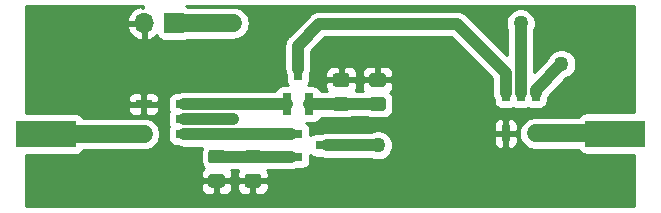
<source format=gbr>
G04 #@! TF.GenerationSoftware,KiCad,Pcbnew,(5.1.5)-3*
G04 #@! TF.CreationDate,2020-02-29T13:01:13-08:00*
G04 #@! TF.ProjectId,PA Rev 3.0,50412052-6576-4203-932e-302e6b696361,rev?*
G04 #@! TF.SameCoordinates,Original*
G04 #@! TF.FileFunction,Copper,L1,Top*
G04 #@! TF.FilePolarity,Positive*
%FSLAX46Y46*%
G04 Gerber Fmt 4.6, Leading zero omitted, Abs format (unit mm)*
G04 Created by KiCad (PCBNEW (5.1.5)-3) date 2020-02-29 13:01:13*
%MOMM*%
%LPD*%
G04 APERTURE LIST*
%ADD10R,5.080000X2.290000*%
%ADD11C,0.100000*%
%ADD12R,1.700000X1.700000*%
%ADD13O,1.700000X1.700000*%
%ADD14R,1.900000X0.800000*%
%ADD15R,0.800000X1.900000*%
%ADD16R,1.400000X0.760000*%
%ADD17R,0.760000X1.400000*%
%ADD18C,1.270000*%
%ADD19C,1.016000*%
%ADD20C,1.000000*%
%ADD21C,1.500000*%
%ADD22C,0.254000*%
G04 APERTURE END LIST*
D10*
X101854000Y-81559400D03*
X53652000Y-81610200D03*
G04 #@! TA.AperFunction,SMDPad,CuDef*
D11*
G36*
X68587145Y-82936324D02*
G01*
X68611413Y-82939924D01*
X68635212Y-82945885D01*
X68658311Y-82954150D01*
X68680490Y-82964640D01*
X68701533Y-82977252D01*
X68721239Y-82991867D01*
X68739417Y-83008343D01*
X68755893Y-83026521D01*
X68770508Y-83046227D01*
X68783120Y-83067270D01*
X68793610Y-83089449D01*
X68801875Y-83112548D01*
X68807836Y-83136347D01*
X68811436Y-83160615D01*
X68812640Y-83185119D01*
X68812640Y-83835121D01*
X68811436Y-83859625D01*
X68807836Y-83883893D01*
X68801875Y-83907692D01*
X68793610Y-83930791D01*
X68783120Y-83952970D01*
X68770508Y-83974013D01*
X68755893Y-83993719D01*
X68739417Y-84011897D01*
X68721239Y-84028373D01*
X68701533Y-84042988D01*
X68680490Y-84055600D01*
X68658311Y-84066090D01*
X68635212Y-84074355D01*
X68611413Y-84080316D01*
X68587145Y-84083916D01*
X68562641Y-84085120D01*
X67662639Y-84085120D01*
X67638135Y-84083916D01*
X67613867Y-84080316D01*
X67590068Y-84074355D01*
X67566969Y-84066090D01*
X67544790Y-84055600D01*
X67523747Y-84042988D01*
X67504041Y-84028373D01*
X67485863Y-84011897D01*
X67469387Y-83993719D01*
X67454772Y-83974013D01*
X67442160Y-83952970D01*
X67431670Y-83930791D01*
X67423405Y-83907692D01*
X67417444Y-83883893D01*
X67413844Y-83859625D01*
X67412640Y-83835121D01*
X67412640Y-83185119D01*
X67413844Y-83160615D01*
X67417444Y-83136347D01*
X67423405Y-83112548D01*
X67431670Y-83089449D01*
X67442160Y-83067270D01*
X67454772Y-83046227D01*
X67469387Y-83026521D01*
X67485863Y-83008343D01*
X67504041Y-82991867D01*
X67523747Y-82977252D01*
X67544790Y-82964640D01*
X67566969Y-82954150D01*
X67590068Y-82945885D01*
X67613867Y-82939924D01*
X67638135Y-82936324D01*
X67662639Y-82935120D01*
X68562641Y-82935120D01*
X68587145Y-82936324D01*
G37*
G04 #@! TD.AperFunction*
G04 #@! TA.AperFunction,SMDPad,CuDef*
G36*
X68587145Y-84986324D02*
G01*
X68611413Y-84989924D01*
X68635212Y-84995885D01*
X68658311Y-85004150D01*
X68680490Y-85014640D01*
X68701533Y-85027252D01*
X68721239Y-85041867D01*
X68739417Y-85058343D01*
X68755893Y-85076521D01*
X68770508Y-85096227D01*
X68783120Y-85117270D01*
X68793610Y-85139449D01*
X68801875Y-85162548D01*
X68807836Y-85186347D01*
X68811436Y-85210615D01*
X68812640Y-85235119D01*
X68812640Y-85885121D01*
X68811436Y-85909625D01*
X68807836Y-85933893D01*
X68801875Y-85957692D01*
X68793610Y-85980791D01*
X68783120Y-86002970D01*
X68770508Y-86024013D01*
X68755893Y-86043719D01*
X68739417Y-86061897D01*
X68721239Y-86078373D01*
X68701533Y-86092988D01*
X68680490Y-86105600D01*
X68658311Y-86116090D01*
X68635212Y-86124355D01*
X68611413Y-86130316D01*
X68587145Y-86133916D01*
X68562641Y-86135120D01*
X67662639Y-86135120D01*
X67638135Y-86133916D01*
X67613867Y-86130316D01*
X67590068Y-86124355D01*
X67566969Y-86116090D01*
X67544790Y-86105600D01*
X67523747Y-86092988D01*
X67504041Y-86078373D01*
X67485863Y-86061897D01*
X67469387Y-86043719D01*
X67454772Y-86024013D01*
X67442160Y-86002970D01*
X67431670Y-85980791D01*
X67423405Y-85957692D01*
X67417444Y-85933893D01*
X67413844Y-85909625D01*
X67412640Y-85885121D01*
X67412640Y-85235119D01*
X67413844Y-85210615D01*
X67417444Y-85186347D01*
X67423405Y-85162548D01*
X67431670Y-85139449D01*
X67442160Y-85117270D01*
X67454772Y-85096227D01*
X67469387Y-85076521D01*
X67485863Y-85058343D01*
X67504041Y-85041867D01*
X67523747Y-85027252D01*
X67544790Y-85014640D01*
X67566969Y-85004150D01*
X67590068Y-84995885D01*
X67613867Y-84989924D01*
X67638135Y-84986324D01*
X67662639Y-84985120D01*
X68562641Y-84985120D01*
X68587145Y-84986324D01*
G37*
G04 #@! TD.AperFunction*
G04 #@! TA.AperFunction,SMDPad,CuDef*
G36*
X82216785Y-78493864D02*
G01*
X82241053Y-78497464D01*
X82264852Y-78503425D01*
X82287951Y-78511690D01*
X82310130Y-78522180D01*
X82331173Y-78534792D01*
X82350879Y-78549407D01*
X82369057Y-78565883D01*
X82385533Y-78584061D01*
X82400148Y-78603767D01*
X82412760Y-78624810D01*
X82423250Y-78646989D01*
X82431515Y-78670088D01*
X82437476Y-78693887D01*
X82441076Y-78718155D01*
X82442280Y-78742659D01*
X82442280Y-79392661D01*
X82441076Y-79417165D01*
X82437476Y-79441433D01*
X82431515Y-79465232D01*
X82423250Y-79488331D01*
X82412760Y-79510510D01*
X82400148Y-79531553D01*
X82385533Y-79551259D01*
X82369057Y-79569437D01*
X82350879Y-79585913D01*
X82331173Y-79600528D01*
X82310130Y-79613140D01*
X82287951Y-79623630D01*
X82264852Y-79631895D01*
X82241053Y-79637856D01*
X82216785Y-79641456D01*
X82192281Y-79642660D01*
X81292279Y-79642660D01*
X81267775Y-79641456D01*
X81243507Y-79637856D01*
X81219708Y-79631895D01*
X81196609Y-79623630D01*
X81174430Y-79613140D01*
X81153387Y-79600528D01*
X81133681Y-79585913D01*
X81115503Y-79569437D01*
X81099027Y-79551259D01*
X81084412Y-79531553D01*
X81071800Y-79510510D01*
X81061310Y-79488331D01*
X81053045Y-79465232D01*
X81047084Y-79441433D01*
X81043484Y-79417165D01*
X81042280Y-79392661D01*
X81042280Y-78742659D01*
X81043484Y-78718155D01*
X81047084Y-78693887D01*
X81053045Y-78670088D01*
X81061310Y-78646989D01*
X81071800Y-78624810D01*
X81084412Y-78603767D01*
X81099027Y-78584061D01*
X81115503Y-78565883D01*
X81133681Y-78549407D01*
X81153387Y-78534792D01*
X81174430Y-78522180D01*
X81196609Y-78511690D01*
X81219708Y-78503425D01*
X81243507Y-78497464D01*
X81267775Y-78493864D01*
X81292279Y-78492660D01*
X82192281Y-78492660D01*
X82216785Y-78493864D01*
G37*
G04 #@! TD.AperFunction*
G04 #@! TA.AperFunction,SMDPad,CuDef*
G36*
X82216785Y-76443864D02*
G01*
X82241053Y-76447464D01*
X82264852Y-76453425D01*
X82287951Y-76461690D01*
X82310130Y-76472180D01*
X82331173Y-76484792D01*
X82350879Y-76499407D01*
X82369057Y-76515883D01*
X82385533Y-76534061D01*
X82400148Y-76553767D01*
X82412760Y-76574810D01*
X82423250Y-76596989D01*
X82431515Y-76620088D01*
X82437476Y-76643887D01*
X82441076Y-76668155D01*
X82442280Y-76692659D01*
X82442280Y-77342661D01*
X82441076Y-77367165D01*
X82437476Y-77391433D01*
X82431515Y-77415232D01*
X82423250Y-77438331D01*
X82412760Y-77460510D01*
X82400148Y-77481553D01*
X82385533Y-77501259D01*
X82369057Y-77519437D01*
X82350879Y-77535913D01*
X82331173Y-77550528D01*
X82310130Y-77563140D01*
X82287951Y-77573630D01*
X82264852Y-77581895D01*
X82241053Y-77587856D01*
X82216785Y-77591456D01*
X82192281Y-77592660D01*
X81292279Y-77592660D01*
X81267775Y-77591456D01*
X81243507Y-77587856D01*
X81219708Y-77581895D01*
X81196609Y-77573630D01*
X81174430Y-77563140D01*
X81153387Y-77550528D01*
X81133681Y-77535913D01*
X81115503Y-77519437D01*
X81099027Y-77501259D01*
X81084412Y-77481553D01*
X81071800Y-77460510D01*
X81061310Y-77438331D01*
X81053045Y-77415232D01*
X81047084Y-77391433D01*
X81043484Y-77367165D01*
X81042280Y-77342661D01*
X81042280Y-76692659D01*
X81043484Y-76668155D01*
X81047084Y-76643887D01*
X81053045Y-76620088D01*
X81061310Y-76596989D01*
X81071800Y-76574810D01*
X81084412Y-76553767D01*
X81099027Y-76534061D01*
X81115503Y-76515883D01*
X81133681Y-76499407D01*
X81153387Y-76484792D01*
X81174430Y-76472180D01*
X81196609Y-76461690D01*
X81219708Y-76453425D01*
X81243507Y-76447464D01*
X81267775Y-76443864D01*
X81292279Y-76442660D01*
X82192281Y-76442660D01*
X82216785Y-76443864D01*
G37*
G04 #@! TD.AperFunction*
D12*
X64516000Y-72217280D03*
D13*
X61976000Y-72217280D03*
D14*
X74446000Y-81612700D03*
X74446000Y-83512700D03*
X77446000Y-82562700D03*
D15*
X74993500Y-76071600D03*
X75943500Y-79071600D03*
X74043500Y-79071600D03*
G04 #@! TA.AperFunction,SMDPad,CuDef*
D11*
G36*
X71660545Y-84987484D02*
G01*
X71684813Y-84991084D01*
X71708612Y-84997045D01*
X71731711Y-85005310D01*
X71753890Y-85015800D01*
X71774933Y-85028412D01*
X71794639Y-85043027D01*
X71812817Y-85059503D01*
X71829293Y-85077681D01*
X71843908Y-85097387D01*
X71856520Y-85118430D01*
X71867010Y-85140609D01*
X71875275Y-85163708D01*
X71881236Y-85187507D01*
X71884836Y-85211775D01*
X71886040Y-85236279D01*
X71886040Y-85886281D01*
X71884836Y-85910785D01*
X71881236Y-85935053D01*
X71875275Y-85958852D01*
X71867010Y-85981951D01*
X71856520Y-86004130D01*
X71843908Y-86025173D01*
X71829293Y-86044879D01*
X71812817Y-86063057D01*
X71794639Y-86079533D01*
X71774933Y-86094148D01*
X71753890Y-86106760D01*
X71731711Y-86117250D01*
X71708612Y-86125515D01*
X71684813Y-86131476D01*
X71660545Y-86135076D01*
X71636041Y-86136280D01*
X70736039Y-86136280D01*
X70711535Y-86135076D01*
X70687267Y-86131476D01*
X70663468Y-86125515D01*
X70640369Y-86117250D01*
X70618190Y-86106760D01*
X70597147Y-86094148D01*
X70577441Y-86079533D01*
X70559263Y-86063057D01*
X70542787Y-86044879D01*
X70528172Y-86025173D01*
X70515560Y-86004130D01*
X70505070Y-85981951D01*
X70496805Y-85958852D01*
X70490844Y-85935053D01*
X70487244Y-85910785D01*
X70486040Y-85886281D01*
X70486040Y-85236279D01*
X70487244Y-85211775D01*
X70490844Y-85187507D01*
X70496805Y-85163708D01*
X70505070Y-85140609D01*
X70515560Y-85118430D01*
X70528172Y-85097387D01*
X70542787Y-85077681D01*
X70559263Y-85059503D01*
X70577441Y-85043027D01*
X70597147Y-85028412D01*
X70618190Y-85015800D01*
X70640369Y-85005310D01*
X70663468Y-84997045D01*
X70687267Y-84991084D01*
X70711535Y-84987484D01*
X70736039Y-84986280D01*
X71636041Y-84986280D01*
X71660545Y-84987484D01*
G37*
G04 #@! TD.AperFunction*
G04 #@! TA.AperFunction,SMDPad,CuDef*
G36*
X71660545Y-82937484D02*
G01*
X71684813Y-82941084D01*
X71708612Y-82947045D01*
X71731711Y-82955310D01*
X71753890Y-82965800D01*
X71774933Y-82978412D01*
X71794639Y-82993027D01*
X71812817Y-83009503D01*
X71829293Y-83027681D01*
X71843908Y-83047387D01*
X71856520Y-83068430D01*
X71867010Y-83090609D01*
X71875275Y-83113708D01*
X71881236Y-83137507D01*
X71884836Y-83161775D01*
X71886040Y-83186279D01*
X71886040Y-83836281D01*
X71884836Y-83860785D01*
X71881236Y-83885053D01*
X71875275Y-83908852D01*
X71867010Y-83931951D01*
X71856520Y-83954130D01*
X71843908Y-83975173D01*
X71829293Y-83994879D01*
X71812817Y-84013057D01*
X71794639Y-84029533D01*
X71774933Y-84044148D01*
X71753890Y-84056760D01*
X71731711Y-84067250D01*
X71708612Y-84075515D01*
X71684813Y-84081476D01*
X71660545Y-84085076D01*
X71636041Y-84086280D01*
X70736039Y-84086280D01*
X70711535Y-84085076D01*
X70687267Y-84081476D01*
X70663468Y-84075515D01*
X70640369Y-84067250D01*
X70618190Y-84056760D01*
X70597147Y-84044148D01*
X70577441Y-84029533D01*
X70559263Y-84013057D01*
X70542787Y-83994879D01*
X70528172Y-83975173D01*
X70515560Y-83954130D01*
X70505070Y-83931951D01*
X70496805Y-83908852D01*
X70490844Y-83885053D01*
X70487244Y-83860785D01*
X70486040Y-83836281D01*
X70486040Y-83186279D01*
X70487244Y-83161775D01*
X70490844Y-83137507D01*
X70496805Y-83113708D01*
X70505070Y-83090609D01*
X70515560Y-83068430D01*
X70528172Y-83047387D01*
X70542787Y-83027681D01*
X70559263Y-83009503D01*
X70577441Y-82993027D01*
X70597147Y-82978412D01*
X70618190Y-82965800D01*
X70640369Y-82955310D01*
X70663468Y-82947045D01*
X70687267Y-82941084D01*
X70711535Y-82937484D01*
X70736039Y-82936280D01*
X71636041Y-82936280D01*
X71660545Y-82937484D01*
G37*
G04 #@! TD.AperFunction*
G04 #@! TA.AperFunction,SMDPad,CuDef*
G36*
X79143385Y-76448944D02*
G01*
X79167653Y-76452544D01*
X79191452Y-76458505D01*
X79214551Y-76466770D01*
X79236730Y-76477260D01*
X79257773Y-76489872D01*
X79277479Y-76504487D01*
X79295657Y-76520963D01*
X79312133Y-76539141D01*
X79326748Y-76558847D01*
X79339360Y-76579890D01*
X79349850Y-76602069D01*
X79358115Y-76625168D01*
X79364076Y-76648967D01*
X79367676Y-76673235D01*
X79368880Y-76697739D01*
X79368880Y-77347741D01*
X79367676Y-77372245D01*
X79364076Y-77396513D01*
X79358115Y-77420312D01*
X79349850Y-77443411D01*
X79339360Y-77465590D01*
X79326748Y-77486633D01*
X79312133Y-77506339D01*
X79295657Y-77524517D01*
X79277479Y-77540993D01*
X79257773Y-77555608D01*
X79236730Y-77568220D01*
X79214551Y-77578710D01*
X79191452Y-77586975D01*
X79167653Y-77592936D01*
X79143385Y-77596536D01*
X79118881Y-77597740D01*
X78218879Y-77597740D01*
X78194375Y-77596536D01*
X78170107Y-77592936D01*
X78146308Y-77586975D01*
X78123209Y-77578710D01*
X78101030Y-77568220D01*
X78079987Y-77555608D01*
X78060281Y-77540993D01*
X78042103Y-77524517D01*
X78025627Y-77506339D01*
X78011012Y-77486633D01*
X77998400Y-77465590D01*
X77987910Y-77443411D01*
X77979645Y-77420312D01*
X77973684Y-77396513D01*
X77970084Y-77372245D01*
X77968880Y-77347741D01*
X77968880Y-76697739D01*
X77970084Y-76673235D01*
X77973684Y-76648967D01*
X77979645Y-76625168D01*
X77987910Y-76602069D01*
X77998400Y-76579890D01*
X78011012Y-76558847D01*
X78025627Y-76539141D01*
X78042103Y-76520963D01*
X78060281Y-76504487D01*
X78079987Y-76489872D01*
X78101030Y-76477260D01*
X78123209Y-76466770D01*
X78146308Y-76458505D01*
X78170107Y-76452544D01*
X78194375Y-76448944D01*
X78218879Y-76447740D01*
X79118881Y-76447740D01*
X79143385Y-76448944D01*
G37*
G04 #@! TD.AperFunction*
G04 #@! TA.AperFunction,SMDPad,CuDef*
G36*
X79143385Y-78498944D02*
G01*
X79167653Y-78502544D01*
X79191452Y-78508505D01*
X79214551Y-78516770D01*
X79236730Y-78527260D01*
X79257773Y-78539872D01*
X79277479Y-78554487D01*
X79295657Y-78570963D01*
X79312133Y-78589141D01*
X79326748Y-78608847D01*
X79339360Y-78629890D01*
X79349850Y-78652069D01*
X79358115Y-78675168D01*
X79364076Y-78698967D01*
X79367676Y-78723235D01*
X79368880Y-78747739D01*
X79368880Y-79397741D01*
X79367676Y-79422245D01*
X79364076Y-79446513D01*
X79358115Y-79470312D01*
X79349850Y-79493411D01*
X79339360Y-79515590D01*
X79326748Y-79536633D01*
X79312133Y-79556339D01*
X79295657Y-79574517D01*
X79277479Y-79590993D01*
X79257773Y-79605608D01*
X79236730Y-79618220D01*
X79214551Y-79628710D01*
X79191452Y-79636975D01*
X79167653Y-79642936D01*
X79143385Y-79646536D01*
X79118881Y-79647740D01*
X78218879Y-79647740D01*
X78194375Y-79646536D01*
X78170107Y-79642936D01*
X78146308Y-79636975D01*
X78123209Y-79628710D01*
X78101030Y-79618220D01*
X78079987Y-79605608D01*
X78060281Y-79590993D01*
X78042103Y-79574517D01*
X78025627Y-79556339D01*
X78011012Y-79536633D01*
X77998400Y-79515590D01*
X77987910Y-79493411D01*
X77979645Y-79470312D01*
X77973684Y-79446513D01*
X77970084Y-79422245D01*
X77968880Y-79397741D01*
X77968880Y-78747739D01*
X77970084Y-78723235D01*
X77973684Y-78698967D01*
X77979645Y-78675168D01*
X77987910Y-78652069D01*
X77998400Y-78629890D01*
X78011012Y-78608847D01*
X78025627Y-78589141D01*
X78042103Y-78570963D01*
X78060281Y-78554487D01*
X78079987Y-78539872D01*
X78101030Y-78527260D01*
X78123209Y-78516770D01*
X78146308Y-78508505D01*
X78170107Y-78502544D01*
X78194375Y-78498944D01*
X78218879Y-78497740D01*
X79118881Y-78497740D01*
X79143385Y-78498944D01*
G37*
G04 #@! TD.AperFunction*
D16*
X61937400Y-79070200D03*
X61937400Y-81610200D03*
X65367400Y-81610200D03*
X65367400Y-80340200D03*
X65367400Y-79070200D03*
D17*
X92583000Y-78125320D03*
X93853000Y-78125320D03*
X95123000Y-78125320D03*
X95123000Y-81555320D03*
X92583000Y-81555320D03*
D18*
X81780380Y-82562700D03*
X97307400Y-75671680D03*
D19*
X69545200Y-80340200D03*
D18*
X69535040Y-72224900D03*
X93858080Y-72228600D03*
D20*
X71187460Y-83512700D02*
X71186040Y-83511280D01*
X74446000Y-83512700D02*
X71187460Y-83512700D01*
X68113800Y-83511280D02*
X68112640Y-83510120D01*
X71186040Y-83511280D02*
X68113800Y-83511280D01*
X78673960Y-79067660D02*
X78668880Y-79072740D01*
X81742280Y-79067660D02*
X78673960Y-79067660D01*
X75944640Y-79072740D02*
X75943500Y-79071600D01*
X78668880Y-79072740D02*
X75944640Y-79072740D01*
D21*
X61937400Y-81610200D02*
X53652000Y-81610200D01*
X101849920Y-81555320D02*
X101854000Y-81559400D01*
X95123000Y-81555320D02*
X101849920Y-81555320D01*
D20*
X74443500Y-81610200D02*
X74446000Y-81612700D01*
X65367400Y-81610200D02*
X74443500Y-81610200D01*
X77446000Y-82562700D02*
X81780380Y-82562700D01*
X81780380Y-82562700D02*
X81780380Y-82562700D01*
X95123000Y-78125320D02*
X95123000Y-77856080D01*
X95123000Y-77856080D02*
X97307400Y-75671680D01*
X97307400Y-75671680D02*
X97307400Y-75671680D01*
X76826700Y-72288400D02*
X74993500Y-74121600D01*
X74993500Y-74121600D02*
X74993500Y-76071600D01*
X88446080Y-72288400D02*
X76826700Y-72288400D01*
X92583000Y-76425320D02*
X88446080Y-72288400D01*
X92583000Y-78125320D02*
X92583000Y-76425320D01*
X65368800Y-79071600D02*
X65367400Y-79070200D01*
X74043500Y-79071600D02*
X65368800Y-79071600D01*
X65367400Y-80340200D02*
X69545200Y-80340200D01*
X69545200Y-80340200D02*
X69545200Y-80340200D01*
X69545200Y-80340200D02*
X69545200Y-80340200D01*
D21*
X69527420Y-72217280D02*
X69535040Y-72224900D01*
X64516000Y-72217280D02*
X69527420Y-72217280D01*
D20*
X93853000Y-72233680D02*
X93858080Y-72228600D01*
X93853000Y-78125320D02*
X93853000Y-72233680D01*
D22*
G36*
X61848998Y-70897124D02*
G01*
X61619110Y-70775804D01*
X61471901Y-70820455D01*
X61209080Y-70945639D01*
X60975731Y-71119692D01*
X60780822Y-71335925D01*
X60631843Y-71586028D01*
X60534519Y-71860389D01*
X60655186Y-72090280D01*
X61849000Y-72090280D01*
X61849000Y-72070280D01*
X62103000Y-72070280D01*
X62103000Y-72090280D01*
X62123000Y-72090280D01*
X62123000Y-72344280D01*
X62103000Y-72344280D01*
X62103000Y-73537435D01*
X62332890Y-73658756D01*
X62480099Y-73614105D01*
X62742920Y-73488921D01*
X62976269Y-73314868D01*
X63052034Y-73230814D01*
X63076498Y-73311460D01*
X63135463Y-73421774D01*
X63214815Y-73518465D01*
X63311506Y-73597817D01*
X63421820Y-73656782D01*
X63541518Y-73693092D01*
X63666000Y-73705352D01*
X65366000Y-73705352D01*
X65490482Y-73693092D01*
X65610180Y-73656782D01*
X65712144Y-73602280D01*
X69389646Y-73602280D01*
X69535039Y-73616600D01*
X69806546Y-73589859D01*
X70067620Y-73510663D01*
X70308227Y-73382056D01*
X70519120Y-73208980D01*
X70692196Y-72998087D01*
X70820803Y-72757480D01*
X70899999Y-72496406D01*
X70926740Y-72224899D01*
X70899999Y-71953393D01*
X70820803Y-71692319D01*
X70692196Y-71451712D01*
X70562492Y-71293667D01*
X70554874Y-71286049D01*
X70511501Y-71233199D01*
X70300608Y-71060123D01*
X70060001Y-70931516D01*
X69798927Y-70852320D01*
X69595457Y-70832280D01*
X69595449Y-70832280D01*
X69527420Y-70825580D01*
X69459391Y-70832280D01*
X65712144Y-70832280D01*
X65610180Y-70777778D01*
X65564760Y-70764000D01*
X103480001Y-70764000D01*
X103480000Y-79776328D01*
X99314000Y-79776328D01*
X99189518Y-79788588D01*
X99069820Y-79824898D01*
X98959506Y-79883863D01*
X98862815Y-79963215D01*
X98783463Y-80059906D01*
X98724498Y-80170220D01*
X98724468Y-80170320D01*
X95054963Y-80170320D01*
X94851493Y-80190360D01*
X94762855Y-80217248D01*
X94743000Y-80217248D01*
X94618518Y-80229508D01*
X94498820Y-80265818D01*
X94388506Y-80324783D01*
X94291815Y-80404135D01*
X94212463Y-80500826D01*
X94202887Y-80518742D01*
X94138919Y-80571239D01*
X93965843Y-80782132D01*
X93837236Y-81022739D01*
X93758040Y-81283813D01*
X93731299Y-81555320D01*
X93758040Y-81826827D01*
X93837236Y-82087901D01*
X93965843Y-82328508D01*
X94138919Y-82539401D01*
X94202887Y-82591898D01*
X94212463Y-82609814D01*
X94291815Y-82706505D01*
X94388506Y-82785857D01*
X94498820Y-82844822D01*
X94618518Y-82881132D01*
X94743000Y-82893392D01*
X94762855Y-82893392D01*
X94851493Y-82920280D01*
X95054963Y-82940320D01*
X98721992Y-82940320D01*
X98724498Y-82948580D01*
X98783463Y-83058894D01*
X98862815Y-83155585D01*
X98959506Y-83234937D01*
X99069820Y-83293902D01*
X99189518Y-83330212D01*
X99314000Y-83342472D01*
X103480000Y-83342472D01*
X103480000Y-87732000D01*
X51968000Y-87732000D01*
X51968000Y-86135120D01*
X66774568Y-86135120D01*
X66786828Y-86259602D01*
X66823138Y-86379300D01*
X66882103Y-86489614D01*
X66961455Y-86586305D01*
X67058146Y-86665657D01*
X67168460Y-86724622D01*
X67288158Y-86760932D01*
X67412640Y-86773192D01*
X67826890Y-86770120D01*
X67985640Y-86611370D01*
X67985640Y-85687120D01*
X68239640Y-85687120D01*
X68239640Y-86611370D01*
X68398390Y-86770120D01*
X68812640Y-86773192D01*
X68937122Y-86760932D01*
X69056820Y-86724622D01*
X69167134Y-86665657D01*
X69263825Y-86586305D01*
X69343177Y-86489614D01*
X69402142Y-86379300D01*
X69438452Y-86259602D01*
X69450597Y-86136280D01*
X69847968Y-86136280D01*
X69860228Y-86260762D01*
X69896538Y-86380460D01*
X69955503Y-86490774D01*
X70034855Y-86587465D01*
X70131546Y-86666817D01*
X70241860Y-86725782D01*
X70361558Y-86762092D01*
X70486040Y-86774352D01*
X70900290Y-86771280D01*
X71059040Y-86612530D01*
X71059040Y-85688280D01*
X71313040Y-85688280D01*
X71313040Y-86612530D01*
X71471790Y-86771280D01*
X71886040Y-86774352D01*
X72010522Y-86762092D01*
X72130220Y-86725782D01*
X72240534Y-86666817D01*
X72337225Y-86587465D01*
X72416577Y-86490774D01*
X72475542Y-86380460D01*
X72511852Y-86260762D01*
X72524112Y-86136280D01*
X72521040Y-85847030D01*
X72362290Y-85688280D01*
X71313040Y-85688280D01*
X71059040Y-85688280D01*
X70009790Y-85688280D01*
X69851040Y-85847030D01*
X69847968Y-86136280D01*
X69450597Y-86136280D01*
X69450712Y-86135120D01*
X69447640Y-85845870D01*
X69288890Y-85687120D01*
X68239640Y-85687120D01*
X67985640Y-85687120D01*
X66936390Y-85687120D01*
X66777640Y-85845870D01*
X66774568Y-86135120D01*
X51968000Y-86135120D01*
X51968000Y-83393272D01*
X56192000Y-83393272D01*
X56316482Y-83381012D01*
X56436180Y-83344702D01*
X56546494Y-83285737D01*
X56643185Y-83206385D01*
X56722537Y-83109694D01*
X56781502Y-82999380D01*
X56782770Y-82995200D01*
X62005437Y-82995200D01*
X62208907Y-82975160D01*
X62469981Y-82895964D01*
X62710588Y-82767357D01*
X62921481Y-82594281D01*
X62973978Y-82530313D01*
X62991894Y-82520737D01*
X63088585Y-82441385D01*
X63167937Y-82344694D01*
X63226902Y-82234380D01*
X63263212Y-82114682D01*
X63275472Y-81990200D01*
X63275472Y-81970345D01*
X63302360Y-81881707D01*
X63329101Y-81610200D01*
X63302360Y-81338693D01*
X63275472Y-81250055D01*
X63275472Y-81230200D01*
X63263212Y-81105718D01*
X63226902Y-80986020D01*
X63167937Y-80875706D01*
X63088585Y-80779015D01*
X62991894Y-80699663D01*
X62973978Y-80690087D01*
X62921481Y-80626119D01*
X62710588Y-80453043D01*
X62469981Y-80324436D01*
X62208907Y-80245240D01*
X62005437Y-80225200D01*
X56782770Y-80225200D01*
X56781502Y-80221020D01*
X56722537Y-80110706D01*
X56643185Y-80014015D01*
X56546494Y-79934663D01*
X56436180Y-79875698D01*
X56316482Y-79839388D01*
X56192000Y-79827128D01*
X51968000Y-79827128D01*
X51968000Y-79450200D01*
X60599328Y-79450200D01*
X60611588Y-79574682D01*
X60647898Y-79694380D01*
X60706863Y-79804694D01*
X60786215Y-79901385D01*
X60882906Y-79980737D01*
X60993220Y-80039702D01*
X61112918Y-80076012D01*
X61237400Y-80088272D01*
X61651650Y-80085200D01*
X61810400Y-79926450D01*
X61810400Y-79197200D01*
X62064400Y-79197200D01*
X62064400Y-79926450D01*
X62223150Y-80085200D01*
X62637400Y-80088272D01*
X62761882Y-80076012D01*
X62881580Y-80039702D01*
X62991894Y-79980737D01*
X63088585Y-79901385D01*
X63167937Y-79804694D01*
X63226902Y-79694380D01*
X63263212Y-79574682D01*
X63275472Y-79450200D01*
X63272400Y-79355950D01*
X63113650Y-79197200D01*
X62064400Y-79197200D01*
X61810400Y-79197200D01*
X60761150Y-79197200D01*
X60602400Y-79355950D01*
X60599328Y-79450200D01*
X51968000Y-79450200D01*
X51968000Y-78690200D01*
X60599328Y-78690200D01*
X60602400Y-78784450D01*
X60761150Y-78943200D01*
X61810400Y-78943200D01*
X61810400Y-78213950D01*
X62064400Y-78213950D01*
X62064400Y-78943200D01*
X63113650Y-78943200D01*
X63272400Y-78784450D01*
X63275472Y-78690200D01*
X64029328Y-78690200D01*
X64029328Y-79450200D01*
X64041588Y-79574682D01*
X64077898Y-79694380D01*
X64083682Y-79705200D01*
X64077898Y-79716020D01*
X64041588Y-79835718D01*
X64029328Y-79960200D01*
X64029328Y-80720200D01*
X64041588Y-80844682D01*
X64077898Y-80964380D01*
X64083682Y-80975200D01*
X64077898Y-80986020D01*
X64041588Y-81105718D01*
X64029328Y-81230200D01*
X64029328Y-81990200D01*
X64041588Y-82114682D01*
X64077898Y-82234380D01*
X64136863Y-82344694D01*
X64216215Y-82441385D01*
X64312906Y-82520737D01*
X64423220Y-82579702D01*
X64542918Y-82616012D01*
X64667400Y-82628272D01*
X64864342Y-82628272D01*
X64930953Y-82663876D01*
X65144901Y-82728777D01*
X65311648Y-82745200D01*
X66895656Y-82745200D01*
X66842168Y-82845269D01*
X66791632Y-83011865D01*
X66774568Y-83185119D01*
X66774568Y-83835121D01*
X66791632Y-84008375D01*
X66842168Y-84174971D01*
X66924235Y-84328507D01*
X67034678Y-84463082D01*
X67041234Y-84468462D01*
X66961455Y-84533935D01*
X66882103Y-84630626D01*
X66823138Y-84740940D01*
X66786828Y-84860638D01*
X66774568Y-84985120D01*
X66777640Y-85274370D01*
X66936390Y-85433120D01*
X67985640Y-85433120D01*
X67985640Y-85413120D01*
X68239640Y-85413120D01*
X68239640Y-85433120D01*
X69288890Y-85433120D01*
X69447640Y-85274370D01*
X69450712Y-84985120D01*
X69438452Y-84860638D01*
X69402142Y-84740940D01*
X69351544Y-84646280D01*
X69947756Y-84646280D01*
X69896538Y-84742100D01*
X69860228Y-84861798D01*
X69847968Y-84986280D01*
X69851040Y-85275530D01*
X70009790Y-85434280D01*
X71059040Y-85434280D01*
X71059040Y-85414280D01*
X71313040Y-85414280D01*
X71313040Y-85434280D01*
X72362290Y-85434280D01*
X72521040Y-85275530D01*
X72524112Y-84986280D01*
X72511852Y-84861798D01*
X72475542Y-84742100D01*
X72425083Y-84647700D01*
X74501752Y-84647700D01*
X74668499Y-84631277D01*
X74882447Y-84566376D01*
X74911640Y-84550772D01*
X75396000Y-84550772D01*
X75520482Y-84538512D01*
X75640180Y-84502202D01*
X75750494Y-84443237D01*
X75847185Y-84363885D01*
X75926537Y-84267194D01*
X75985502Y-84156880D01*
X76021812Y-84037182D01*
X76034072Y-83912700D01*
X76034072Y-83400795D01*
X76044815Y-83413885D01*
X76141506Y-83493237D01*
X76251820Y-83552202D01*
X76371518Y-83588512D01*
X76496000Y-83600772D01*
X76980360Y-83600772D01*
X77009553Y-83616376D01*
X77223501Y-83681277D01*
X77390248Y-83697700D01*
X81201843Y-83697700D01*
X81409935Y-83783895D01*
X81655296Y-83832700D01*
X81905464Y-83832700D01*
X82150825Y-83783895D01*
X82381951Y-83688159D01*
X82589958Y-83549173D01*
X82766853Y-83372278D01*
X82905839Y-83164271D01*
X83001575Y-82933145D01*
X83050380Y-82687784D01*
X83050380Y-82437616D01*
X83014120Y-82255320D01*
X91564928Y-82255320D01*
X91577188Y-82379802D01*
X91613498Y-82499500D01*
X91672463Y-82609814D01*
X91751815Y-82706505D01*
X91848506Y-82785857D01*
X91958820Y-82844822D01*
X92078518Y-82881132D01*
X92203000Y-82893392D01*
X92297250Y-82890320D01*
X92456000Y-82731570D01*
X92456000Y-81682320D01*
X92710000Y-81682320D01*
X92710000Y-82731570D01*
X92868750Y-82890320D01*
X92963000Y-82893392D01*
X93087482Y-82881132D01*
X93207180Y-82844822D01*
X93317494Y-82785857D01*
X93414185Y-82706505D01*
X93493537Y-82609814D01*
X93552502Y-82499500D01*
X93588812Y-82379802D01*
X93601072Y-82255320D01*
X93598000Y-81841070D01*
X93439250Y-81682320D01*
X92710000Y-81682320D01*
X92456000Y-81682320D01*
X91726750Y-81682320D01*
X91568000Y-81841070D01*
X91564928Y-82255320D01*
X83014120Y-82255320D01*
X83001575Y-82192255D01*
X82905839Y-81961129D01*
X82766853Y-81753122D01*
X82589958Y-81576227D01*
X82381951Y-81437241D01*
X82150825Y-81341505D01*
X81905464Y-81292700D01*
X81655296Y-81292700D01*
X81409935Y-81341505D01*
X81201843Y-81427700D01*
X77390248Y-81427700D01*
X77223501Y-81444123D01*
X77009553Y-81509024D01*
X76980360Y-81524628D01*
X76496000Y-81524628D01*
X76371518Y-81536888D01*
X76251820Y-81573198D01*
X76141506Y-81632163D01*
X76044815Y-81711515D01*
X76034072Y-81724605D01*
X76034072Y-81212700D01*
X76021812Y-81088218D01*
X75985502Y-80968520D01*
X75926537Y-80858206D01*
X75924169Y-80855320D01*
X91564928Y-80855320D01*
X91568000Y-81269570D01*
X91726750Y-81428320D01*
X92456000Y-81428320D01*
X92456000Y-80379070D01*
X92710000Y-80379070D01*
X92710000Y-81428320D01*
X93439250Y-81428320D01*
X93598000Y-81269570D01*
X93601072Y-80855320D01*
X93588812Y-80730838D01*
X93552502Y-80611140D01*
X93493537Y-80500826D01*
X93414185Y-80404135D01*
X93317494Y-80324783D01*
X93207180Y-80265818D01*
X93087482Y-80229508D01*
X92963000Y-80217248D01*
X92868750Y-80220320D01*
X92710000Y-80379070D01*
X92456000Y-80379070D01*
X92297250Y-80220320D01*
X92203000Y-80217248D01*
X92078518Y-80229508D01*
X91958820Y-80265818D01*
X91848506Y-80324783D01*
X91751815Y-80404135D01*
X91672463Y-80500826D01*
X91613498Y-80611140D01*
X91577188Y-80730838D01*
X91564928Y-80855320D01*
X75924169Y-80855320D01*
X75847185Y-80761515D01*
X75750494Y-80682163D01*
X75708417Y-80659672D01*
X76343500Y-80659672D01*
X76467982Y-80647412D01*
X76587680Y-80611102D01*
X76697994Y-80552137D01*
X76794685Y-80472785D01*
X76874037Y-80376094D01*
X76933002Y-80265780D01*
X76950608Y-80207740D01*
X77859437Y-80207740D01*
X77879029Y-80218212D01*
X78045625Y-80268748D01*
X78218879Y-80285812D01*
X79118881Y-80285812D01*
X79292135Y-80268748D01*
X79458731Y-80218212D01*
X79487827Y-80202660D01*
X80932837Y-80202660D01*
X80952429Y-80213132D01*
X81119025Y-80263668D01*
X81292279Y-80280732D01*
X82192281Y-80280732D01*
X82365535Y-80263668D01*
X82532131Y-80213132D01*
X82685667Y-80131065D01*
X82820242Y-80020622D01*
X82930685Y-79886047D01*
X83012752Y-79732511D01*
X83063288Y-79565915D01*
X83080352Y-79392661D01*
X83080352Y-78742659D01*
X83063288Y-78569405D01*
X83012752Y-78402809D01*
X82930685Y-78249273D01*
X82820242Y-78114698D01*
X82813686Y-78109318D01*
X82893465Y-78043845D01*
X82972817Y-77947154D01*
X83031782Y-77836840D01*
X83068092Y-77717142D01*
X83080352Y-77592660D01*
X83077280Y-77303410D01*
X82918530Y-77144660D01*
X81869280Y-77144660D01*
X81869280Y-77164660D01*
X81615280Y-77164660D01*
X81615280Y-77144660D01*
X80566030Y-77144660D01*
X80407280Y-77303410D01*
X80404208Y-77592660D01*
X80416468Y-77717142D01*
X80452778Y-77836840D01*
X80503996Y-77932660D01*
X79909880Y-77932660D01*
X79958382Y-77841920D01*
X79994692Y-77722222D01*
X80006952Y-77597740D01*
X80003880Y-77308490D01*
X79845130Y-77149740D01*
X78795880Y-77149740D01*
X78795880Y-77169740D01*
X78541880Y-77169740D01*
X78541880Y-77149740D01*
X77492630Y-77149740D01*
X77333880Y-77308490D01*
X77330808Y-77597740D01*
X77343068Y-77722222D01*
X77379378Y-77841920D01*
X77430596Y-77937740D01*
X76951300Y-77937740D01*
X76933002Y-77877420D01*
X76874037Y-77767106D01*
X76794685Y-77670415D01*
X76697994Y-77591063D01*
X76587680Y-77532098D01*
X76467982Y-77495788D01*
X76343500Y-77483528D01*
X75831595Y-77483528D01*
X75844685Y-77472785D01*
X75924037Y-77376094D01*
X75983002Y-77265780D01*
X76019312Y-77146082D01*
X76031572Y-77021600D01*
X76031572Y-76537240D01*
X76047176Y-76508047D01*
X76065470Y-76447740D01*
X77330808Y-76447740D01*
X77333880Y-76736990D01*
X77492630Y-76895740D01*
X78541880Y-76895740D01*
X78541880Y-75971490D01*
X78795880Y-75971490D01*
X78795880Y-76895740D01*
X79845130Y-76895740D01*
X80003880Y-76736990D01*
X80006952Y-76447740D01*
X80006452Y-76442660D01*
X80404208Y-76442660D01*
X80407280Y-76731910D01*
X80566030Y-76890660D01*
X81615280Y-76890660D01*
X81615280Y-75966410D01*
X81869280Y-75966410D01*
X81869280Y-76890660D01*
X82918530Y-76890660D01*
X83077280Y-76731910D01*
X83080352Y-76442660D01*
X83068092Y-76318178D01*
X83031782Y-76198480D01*
X82972817Y-76088166D01*
X82893465Y-75991475D01*
X82796774Y-75912123D01*
X82686460Y-75853158D01*
X82566762Y-75816848D01*
X82442280Y-75804588D01*
X82028030Y-75807660D01*
X81869280Y-75966410D01*
X81615280Y-75966410D01*
X81456530Y-75807660D01*
X81042280Y-75804588D01*
X80917798Y-75816848D01*
X80798100Y-75853158D01*
X80687786Y-75912123D01*
X80591095Y-75991475D01*
X80511743Y-76088166D01*
X80452778Y-76198480D01*
X80416468Y-76318178D01*
X80404208Y-76442660D01*
X80006452Y-76442660D01*
X79994692Y-76323258D01*
X79958382Y-76203560D01*
X79899417Y-76093246D01*
X79820065Y-75996555D01*
X79723374Y-75917203D01*
X79613060Y-75858238D01*
X79493362Y-75821928D01*
X79368880Y-75809668D01*
X78954630Y-75812740D01*
X78795880Y-75971490D01*
X78541880Y-75971490D01*
X78383130Y-75812740D01*
X77968880Y-75809668D01*
X77844398Y-75821928D01*
X77724700Y-75858238D01*
X77614386Y-75917203D01*
X77517695Y-75996555D01*
X77438343Y-76093246D01*
X77379378Y-76203560D01*
X77343068Y-76323258D01*
X77330808Y-76447740D01*
X76065470Y-76447740D01*
X76112077Y-76294099D01*
X76128500Y-76127352D01*
X76128500Y-74591731D01*
X77296832Y-73423400D01*
X87975949Y-73423400D01*
X91448000Y-76895452D01*
X91448000Y-78181071D01*
X91464423Y-78347818D01*
X91529324Y-78561766D01*
X91564928Y-78628377D01*
X91564928Y-78825320D01*
X91577188Y-78949802D01*
X91613498Y-79069500D01*
X91672463Y-79179814D01*
X91751815Y-79276505D01*
X91848506Y-79355857D01*
X91958820Y-79414822D01*
X92078518Y-79451132D01*
X92203000Y-79463392D01*
X92963000Y-79463392D01*
X93087482Y-79451132D01*
X93207180Y-79414822D01*
X93218000Y-79409038D01*
X93228820Y-79414822D01*
X93348518Y-79451132D01*
X93473000Y-79463392D01*
X94233000Y-79463392D01*
X94357482Y-79451132D01*
X94477180Y-79414822D01*
X94488000Y-79409038D01*
X94498820Y-79414822D01*
X94618518Y-79451132D01*
X94743000Y-79463392D01*
X95503000Y-79463392D01*
X95627482Y-79451132D01*
X95747180Y-79414822D01*
X95857494Y-79355857D01*
X95954185Y-79276505D01*
X96033537Y-79179814D01*
X96092502Y-79069500D01*
X96128812Y-78949802D01*
X96141072Y-78825320D01*
X96141072Y-78628378D01*
X96176676Y-78561767D01*
X96241577Y-78347819D01*
X96242143Y-78342068D01*
X97700877Y-76883335D01*
X97908971Y-76797139D01*
X98116978Y-76658153D01*
X98293873Y-76481258D01*
X98432859Y-76273251D01*
X98528595Y-76042125D01*
X98577400Y-75796764D01*
X98577400Y-75546596D01*
X98528595Y-75301235D01*
X98432859Y-75070109D01*
X98293873Y-74862102D01*
X98116978Y-74685207D01*
X97908971Y-74546221D01*
X97677845Y-74450485D01*
X97432484Y-74401680D01*
X97182316Y-74401680D01*
X96936955Y-74450485D01*
X96705829Y-74546221D01*
X96497822Y-74685207D01*
X96320927Y-74862102D01*
X96181941Y-75070109D01*
X96095745Y-75278203D01*
X94988000Y-76385949D01*
X94988000Y-72819401D01*
X95079275Y-72599045D01*
X95128080Y-72353684D01*
X95128080Y-72103516D01*
X95079275Y-71858155D01*
X94983539Y-71627029D01*
X94844553Y-71419022D01*
X94667658Y-71242127D01*
X94459651Y-71103141D01*
X94228525Y-71007405D01*
X93983164Y-70958600D01*
X93732996Y-70958600D01*
X93487635Y-71007405D01*
X93256509Y-71103141D01*
X93048502Y-71242127D01*
X92871607Y-71419022D01*
X92732621Y-71627029D01*
X92636885Y-71858155D01*
X92588080Y-72103516D01*
X92588080Y-72353684D01*
X92636885Y-72599045D01*
X92718001Y-72794875D01*
X92718001Y-74955189D01*
X89288076Y-71525265D01*
X89252529Y-71481951D01*
X89079703Y-71340116D01*
X88882527Y-71234724D01*
X88668579Y-71169823D01*
X88501832Y-71153400D01*
X88501831Y-71153400D01*
X88446080Y-71147909D01*
X88390329Y-71153400D01*
X76882441Y-71153400D01*
X76826699Y-71147910D01*
X76770957Y-71153400D01*
X76770948Y-71153400D01*
X76604201Y-71169823D01*
X76390253Y-71234724D01*
X76193077Y-71340116D01*
X76020251Y-71481951D01*
X75984709Y-71525260D01*
X74230365Y-73279604D01*
X74187051Y-73315151D01*
X74045216Y-73487977D01*
X73954989Y-73656782D01*
X73939824Y-73685154D01*
X73874923Y-73899102D01*
X73853009Y-74121600D01*
X73858500Y-74177352D01*
X73858501Y-76127352D01*
X73874924Y-76294099D01*
X73939825Y-76508047D01*
X73955428Y-76537238D01*
X73955428Y-77021600D01*
X73967688Y-77146082D01*
X74003998Y-77265780D01*
X74062963Y-77376094D01*
X74142315Y-77472785D01*
X74155405Y-77483528D01*
X73643500Y-77483528D01*
X73519018Y-77495788D01*
X73399320Y-77532098D01*
X73289006Y-77591063D01*
X73192315Y-77670415D01*
X73112963Y-77767106D01*
X73053998Y-77877420D01*
X73036046Y-77936600D01*
X65437366Y-77936600D01*
X65367400Y-77929709D01*
X65144902Y-77951623D01*
X64930954Y-78016524D01*
X64864344Y-78052128D01*
X64667400Y-78052128D01*
X64542918Y-78064388D01*
X64423220Y-78100698D01*
X64312906Y-78159663D01*
X64216215Y-78239015D01*
X64136863Y-78335706D01*
X64077898Y-78446020D01*
X64041588Y-78565718D01*
X64029328Y-78690200D01*
X63275472Y-78690200D01*
X63263212Y-78565718D01*
X63226902Y-78446020D01*
X63167937Y-78335706D01*
X63088585Y-78239015D01*
X62991894Y-78159663D01*
X62881580Y-78100698D01*
X62761882Y-78064388D01*
X62637400Y-78052128D01*
X62223150Y-78055200D01*
X62064400Y-78213950D01*
X61810400Y-78213950D01*
X61651650Y-78055200D01*
X61237400Y-78052128D01*
X61112918Y-78064388D01*
X60993220Y-78100698D01*
X60882906Y-78159663D01*
X60786215Y-78239015D01*
X60706863Y-78335706D01*
X60647898Y-78446020D01*
X60611588Y-78565718D01*
X60599328Y-78690200D01*
X51968000Y-78690200D01*
X51968000Y-72574171D01*
X60534519Y-72574171D01*
X60631843Y-72848532D01*
X60780822Y-73098635D01*
X60975731Y-73314868D01*
X61209080Y-73488921D01*
X61471901Y-73614105D01*
X61619110Y-73658756D01*
X61849000Y-73537435D01*
X61849000Y-72344280D01*
X60655186Y-72344280D01*
X60534519Y-72574171D01*
X51968000Y-72574171D01*
X51968000Y-70764000D01*
X61848998Y-70764000D01*
X61848998Y-70897124D01*
G37*
X61848998Y-70897124D02*
X61619110Y-70775804D01*
X61471901Y-70820455D01*
X61209080Y-70945639D01*
X60975731Y-71119692D01*
X60780822Y-71335925D01*
X60631843Y-71586028D01*
X60534519Y-71860389D01*
X60655186Y-72090280D01*
X61849000Y-72090280D01*
X61849000Y-72070280D01*
X62103000Y-72070280D01*
X62103000Y-72090280D01*
X62123000Y-72090280D01*
X62123000Y-72344280D01*
X62103000Y-72344280D01*
X62103000Y-73537435D01*
X62332890Y-73658756D01*
X62480099Y-73614105D01*
X62742920Y-73488921D01*
X62976269Y-73314868D01*
X63052034Y-73230814D01*
X63076498Y-73311460D01*
X63135463Y-73421774D01*
X63214815Y-73518465D01*
X63311506Y-73597817D01*
X63421820Y-73656782D01*
X63541518Y-73693092D01*
X63666000Y-73705352D01*
X65366000Y-73705352D01*
X65490482Y-73693092D01*
X65610180Y-73656782D01*
X65712144Y-73602280D01*
X69389646Y-73602280D01*
X69535039Y-73616600D01*
X69806546Y-73589859D01*
X70067620Y-73510663D01*
X70308227Y-73382056D01*
X70519120Y-73208980D01*
X70692196Y-72998087D01*
X70820803Y-72757480D01*
X70899999Y-72496406D01*
X70926740Y-72224899D01*
X70899999Y-71953393D01*
X70820803Y-71692319D01*
X70692196Y-71451712D01*
X70562492Y-71293667D01*
X70554874Y-71286049D01*
X70511501Y-71233199D01*
X70300608Y-71060123D01*
X70060001Y-70931516D01*
X69798927Y-70852320D01*
X69595457Y-70832280D01*
X69595449Y-70832280D01*
X69527420Y-70825580D01*
X69459391Y-70832280D01*
X65712144Y-70832280D01*
X65610180Y-70777778D01*
X65564760Y-70764000D01*
X103480001Y-70764000D01*
X103480000Y-79776328D01*
X99314000Y-79776328D01*
X99189518Y-79788588D01*
X99069820Y-79824898D01*
X98959506Y-79883863D01*
X98862815Y-79963215D01*
X98783463Y-80059906D01*
X98724498Y-80170220D01*
X98724468Y-80170320D01*
X95054963Y-80170320D01*
X94851493Y-80190360D01*
X94762855Y-80217248D01*
X94743000Y-80217248D01*
X94618518Y-80229508D01*
X94498820Y-80265818D01*
X94388506Y-80324783D01*
X94291815Y-80404135D01*
X94212463Y-80500826D01*
X94202887Y-80518742D01*
X94138919Y-80571239D01*
X93965843Y-80782132D01*
X93837236Y-81022739D01*
X93758040Y-81283813D01*
X93731299Y-81555320D01*
X93758040Y-81826827D01*
X93837236Y-82087901D01*
X93965843Y-82328508D01*
X94138919Y-82539401D01*
X94202887Y-82591898D01*
X94212463Y-82609814D01*
X94291815Y-82706505D01*
X94388506Y-82785857D01*
X94498820Y-82844822D01*
X94618518Y-82881132D01*
X94743000Y-82893392D01*
X94762855Y-82893392D01*
X94851493Y-82920280D01*
X95054963Y-82940320D01*
X98721992Y-82940320D01*
X98724498Y-82948580D01*
X98783463Y-83058894D01*
X98862815Y-83155585D01*
X98959506Y-83234937D01*
X99069820Y-83293902D01*
X99189518Y-83330212D01*
X99314000Y-83342472D01*
X103480000Y-83342472D01*
X103480000Y-87732000D01*
X51968000Y-87732000D01*
X51968000Y-86135120D01*
X66774568Y-86135120D01*
X66786828Y-86259602D01*
X66823138Y-86379300D01*
X66882103Y-86489614D01*
X66961455Y-86586305D01*
X67058146Y-86665657D01*
X67168460Y-86724622D01*
X67288158Y-86760932D01*
X67412640Y-86773192D01*
X67826890Y-86770120D01*
X67985640Y-86611370D01*
X67985640Y-85687120D01*
X68239640Y-85687120D01*
X68239640Y-86611370D01*
X68398390Y-86770120D01*
X68812640Y-86773192D01*
X68937122Y-86760932D01*
X69056820Y-86724622D01*
X69167134Y-86665657D01*
X69263825Y-86586305D01*
X69343177Y-86489614D01*
X69402142Y-86379300D01*
X69438452Y-86259602D01*
X69450597Y-86136280D01*
X69847968Y-86136280D01*
X69860228Y-86260762D01*
X69896538Y-86380460D01*
X69955503Y-86490774D01*
X70034855Y-86587465D01*
X70131546Y-86666817D01*
X70241860Y-86725782D01*
X70361558Y-86762092D01*
X70486040Y-86774352D01*
X70900290Y-86771280D01*
X71059040Y-86612530D01*
X71059040Y-85688280D01*
X71313040Y-85688280D01*
X71313040Y-86612530D01*
X71471790Y-86771280D01*
X71886040Y-86774352D01*
X72010522Y-86762092D01*
X72130220Y-86725782D01*
X72240534Y-86666817D01*
X72337225Y-86587465D01*
X72416577Y-86490774D01*
X72475542Y-86380460D01*
X72511852Y-86260762D01*
X72524112Y-86136280D01*
X72521040Y-85847030D01*
X72362290Y-85688280D01*
X71313040Y-85688280D01*
X71059040Y-85688280D01*
X70009790Y-85688280D01*
X69851040Y-85847030D01*
X69847968Y-86136280D01*
X69450597Y-86136280D01*
X69450712Y-86135120D01*
X69447640Y-85845870D01*
X69288890Y-85687120D01*
X68239640Y-85687120D01*
X67985640Y-85687120D01*
X66936390Y-85687120D01*
X66777640Y-85845870D01*
X66774568Y-86135120D01*
X51968000Y-86135120D01*
X51968000Y-83393272D01*
X56192000Y-83393272D01*
X56316482Y-83381012D01*
X56436180Y-83344702D01*
X56546494Y-83285737D01*
X56643185Y-83206385D01*
X56722537Y-83109694D01*
X56781502Y-82999380D01*
X56782770Y-82995200D01*
X62005437Y-82995200D01*
X62208907Y-82975160D01*
X62469981Y-82895964D01*
X62710588Y-82767357D01*
X62921481Y-82594281D01*
X62973978Y-82530313D01*
X62991894Y-82520737D01*
X63088585Y-82441385D01*
X63167937Y-82344694D01*
X63226902Y-82234380D01*
X63263212Y-82114682D01*
X63275472Y-81990200D01*
X63275472Y-81970345D01*
X63302360Y-81881707D01*
X63329101Y-81610200D01*
X63302360Y-81338693D01*
X63275472Y-81250055D01*
X63275472Y-81230200D01*
X63263212Y-81105718D01*
X63226902Y-80986020D01*
X63167937Y-80875706D01*
X63088585Y-80779015D01*
X62991894Y-80699663D01*
X62973978Y-80690087D01*
X62921481Y-80626119D01*
X62710588Y-80453043D01*
X62469981Y-80324436D01*
X62208907Y-80245240D01*
X62005437Y-80225200D01*
X56782770Y-80225200D01*
X56781502Y-80221020D01*
X56722537Y-80110706D01*
X56643185Y-80014015D01*
X56546494Y-79934663D01*
X56436180Y-79875698D01*
X56316482Y-79839388D01*
X56192000Y-79827128D01*
X51968000Y-79827128D01*
X51968000Y-79450200D01*
X60599328Y-79450200D01*
X60611588Y-79574682D01*
X60647898Y-79694380D01*
X60706863Y-79804694D01*
X60786215Y-79901385D01*
X60882906Y-79980737D01*
X60993220Y-80039702D01*
X61112918Y-80076012D01*
X61237400Y-80088272D01*
X61651650Y-80085200D01*
X61810400Y-79926450D01*
X61810400Y-79197200D01*
X62064400Y-79197200D01*
X62064400Y-79926450D01*
X62223150Y-80085200D01*
X62637400Y-80088272D01*
X62761882Y-80076012D01*
X62881580Y-80039702D01*
X62991894Y-79980737D01*
X63088585Y-79901385D01*
X63167937Y-79804694D01*
X63226902Y-79694380D01*
X63263212Y-79574682D01*
X63275472Y-79450200D01*
X63272400Y-79355950D01*
X63113650Y-79197200D01*
X62064400Y-79197200D01*
X61810400Y-79197200D01*
X60761150Y-79197200D01*
X60602400Y-79355950D01*
X60599328Y-79450200D01*
X51968000Y-79450200D01*
X51968000Y-78690200D01*
X60599328Y-78690200D01*
X60602400Y-78784450D01*
X60761150Y-78943200D01*
X61810400Y-78943200D01*
X61810400Y-78213950D01*
X62064400Y-78213950D01*
X62064400Y-78943200D01*
X63113650Y-78943200D01*
X63272400Y-78784450D01*
X63275472Y-78690200D01*
X64029328Y-78690200D01*
X64029328Y-79450200D01*
X64041588Y-79574682D01*
X64077898Y-79694380D01*
X64083682Y-79705200D01*
X64077898Y-79716020D01*
X64041588Y-79835718D01*
X64029328Y-79960200D01*
X64029328Y-80720200D01*
X64041588Y-80844682D01*
X64077898Y-80964380D01*
X64083682Y-80975200D01*
X64077898Y-80986020D01*
X64041588Y-81105718D01*
X64029328Y-81230200D01*
X64029328Y-81990200D01*
X64041588Y-82114682D01*
X64077898Y-82234380D01*
X64136863Y-82344694D01*
X64216215Y-82441385D01*
X64312906Y-82520737D01*
X64423220Y-82579702D01*
X64542918Y-82616012D01*
X64667400Y-82628272D01*
X64864342Y-82628272D01*
X64930953Y-82663876D01*
X65144901Y-82728777D01*
X65311648Y-82745200D01*
X66895656Y-82745200D01*
X66842168Y-82845269D01*
X66791632Y-83011865D01*
X66774568Y-83185119D01*
X66774568Y-83835121D01*
X66791632Y-84008375D01*
X66842168Y-84174971D01*
X66924235Y-84328507D01*
X67034678Y-84463082D01*
X67041234Y-84468462D01*
X66961455Y-84533935D01*
X66882103Y-84630626D01*
X66823138Y-84740940D01*
X66786828Y-84860638D01*
X66774568Y-84985120D01*
X66777640Y-85274370D01*
X66936390Y-85433120D01*
X67985640Y-85433120D01*
X67985640Y-85413120D01*
X68239640Y-85413120D01*
X68239640Y-85433120D01*
X69288890Y-85433120D01*
X69447640Y-85274370D01*
X69450712Y-84985120D01*
X69438452Y-84860638D01*
X69402142Y-84740940D01*
X69351544Y-84646280D01*
X69947756Y-84646280D01*
X69896538Y-84742100D01*
X69860228Y-84861798D01*
X69847968Y-84986280D01*
X69851040Y-85275530D01*
X70009790Y-85434280D01*
X71059040Y-85434280D01*
X71059040Y-85414280D01*
X71313040Y-85414280D01*
X71313040Y-85434280D01*
X72362290Y-85434280D01*
X72521040Y-85275530D01*
X72524112Y-84986280D01*
X72511852Y-84861798D01*
X72475542Y-84742100D01*
X72425083Y-84647700D01*
X74501752Y-84647700D01*
X74668499Y-84631277D01*
X74882447Y-84566376D01*
X74911640Y-84550772D01*
X75396000Y-84550772D01*
X75520482Y-84538512D01*
X75640180Y-84502202D01*
X75750494Y-84443237D01*
X75847185Y-84363885D01*
X75926537Y-84267194D01*
X75985502Y-84156880D01*
X76021812Y-84037182D01*
X76034072Y-83912700D01*
X76034072Y-83400795D01*
X76044815Y-83413885D01*
X76141506Y-83493237D01*
X76251820Y-83552202D01*
X76371518Y-83588512D01*
X76496000Y-83600772D01*
X76980360Y-83600772D01*
X77009553Y-83616376D01*
X77223501Y-83681277D01*
X77390248Y-83697700D01*
X81201843Y-83697700D01*
X81409935Y-83783895D01*
X81655296Y-83832700D01*
X81905464Y-83832700D01*
X82150825Y-83783895D01*
X82381951Y-83688159D01*
X82589958Y-83549173D01*
X82766853Y-83372278D01*
X82905839Y-83164271D01*
X83001575Y-82933145D01*
X83050380Y-82687784D01*
X83050380Y-82437616D01*
X83014120Y-82255320D01*
X91564928Y-82255320D01*
X91577188Y-82379802D01*
X91613498Y-82499500D01*
X91672463Y-82609814D01*
X91751815Y-82706505D01*
X91848506Y-82785857D01*
X91958820Y-82844822D01*
X92078518Y-82881132D01*
X92203000Y-82893392D01*
X92297250Y-82890320D01*
X92456000Y-82731570D01*
X92456000Y-81682320D01*
X92710000Y-81682320D01*
X92710000Y-82731570D01*
X92868750Y-82890320D01*
X92963000Y-82893392D01*
X93087482Y-82881132D01*
X93207180Y-82844822D01*
X93317494Y-82785857D01*
X93414185Y-82706505D01*
X93493537Y-82609814D01*
X93552502Y-82499500D01*
X93588812Y-82379802D01*
X93601072Y-82255320D01*
X93598000Y-81841070D01*
X93439250Y-81682320D01*
X92710000Y-81682320D01*
X92456000Y-81682320D01*
X91726750Y-81682320D01*
X91568000Y-81841070D01*
X91564928Y-82255320D01*
X83014120Y-82255320D01*
X83001575Y-82192255D01*
X82905839Y-81961129D01*
X82766853Y-81753122D01*
X82589958Y-81576227D01*
X82381951Y-81437241D01*
X82150825Y-81341505D01*
X81905464Y-81292700D01*
X81655296Y-81292700D01*
X81409935Y-81341505D01*
X81201843Y-81427700D01*
X77390248Y-81427700D01*
X77223501Y-81444123D01*
X77009553Y-81509024D01*
X76980360Y-81524628D01*
X76496000Y-81524628D01*
X76371518Y-81536888D01*
X76251820Y-81573198D01*
X76141506Y-81632163D01*
X76044815Y-81711515D01*
X76034072Y-81724605D01*
X76034072Y-81212700D01*
X76021812Y-81088218D01*
X75985502Y-80968520D01*
X75926537Y-80858206D01*
X75924169Y-80855320D01*
X91564928Y-80855320D01*
X91568000Y-81269570D01*
X91726750Y-81428320D01*
X92456000Y-81428320D01*
X92456000Y-80379070D01*
X92710000Y-80379070D01*
X92710000Y-81428320D01*
X93439250Y-81428320D01*
X93598000Y-81269570D01*
X93601072Y-80855320D01*
X93588812Y-80730838D01*
X93552502Y-80611140D01*
X93493537Y-80500826D01*
X93414185Y-80404135D01*
X93317494Y-80324783D01*
X93207180Y-80265818D01*
X93087482Y-80229508D01*
X92963000Y-80217248D01*
X92868750Y-80220320D01*
X92710000Y-80379070D01*
X92456000Y-80379070D01*
X92297250Y-80220320D01*
X92203000Y-80217248D01*
X92078518Y-80229508D01*
X91958820Y-80265818D01*
X91848506Y-80324783D01*
X91751815Y-80404135D01*
X91672463Y-80500826D01*
X91613498Y-80611140D01*
X91577188Y-80730838D01*
X91564928Y-80855320D01*
X75924169Y-80855320D01*
X75847185Y-80761515D01*
X75750494Y-80682163D01*
X75708417Y-80659672D01*
X76343500Y-80659672D01*
X76467982Y-80647412D01*
X76587680Y-80611102D01*
X76697994Y-80552137D01*
X76794685Y-80472785D01*
X76874037Y-80376094D01*
X76933002Y-80265780D01*
X76950608Y-80207740D01*
X77859437Y-80207740D01*
X77879029Y-80218212D01*
X78045625Y-80268748D01*
X78218879Y-80285812D01*
X79118881Y-80285812D01*
X79292135Y-80268748D01*
X79458731Y-80218212D01*
X79487827Y-80202660D01*
X80932837Y-80202660D01*
X80952429Y-80213132D01*
X81119025Y-80263668D01*
X81292279Y-80280732D01*
X82192281Y-80280732D01*
X82365535Y-80263668D01*
X82532131Y-80213132D01*
X82685667Y-80131065D01*
X82820242Y-80020622D01*
X82930685Y-79886047D01*
X83012752Y-79732511D01*
X83063288Y-79565915D01*
X83080352Y-79392661D01*
X83080352Y-78742659D01*
X83063288Y-78569405D01*
X83012752Y-78402809D01*
X82930685Y-78249273D01*
X82820242Y-78114698D01*
X82813686Y-78109318D01*
X82893465Y-78043845D01*
X82972817Y-77947154D01*
X83031782Y-77836840D01*
X83068092Y-77717142D01*
X83080352Y-77592660D01*
X83077280Y-77303410D01*
X82918530Y-77144660D01*
X81869280Y-77144660D01*
X81869280Y-77164660D01*
X81615280Y-77164660D01*
X81615280Y-77144660D01*
X80566030Y-77144660D01*
X80407280Y-77303410D01*
X80404208Y-77592660D01*
X80416468Y-77717142D01*
X80452778Y-77836840D01*
X80503996Y-77932660D01*
X79909880Y-77932660D01*
X79958382Y-77841920D01*
X79994692Y-77722222D01*
X80006952Y-77597740D01*
X80003880Y-77308490D01*
X79845130Y-77149740D01*
X78795880Y-77149740D01*
X78795880Y-77169740D01*
X78541880Y-77169740D01*
X78541880Y-77149740D01*
X77492630Y-77149740D01*
X77333880Y-77308490D01*
X77330808Y-77597740D01*
X77343068Y-77722222D01*
X77379378Y-77841920D01*
X77430596Y-77937740D01*
X76951300Y-77937740D01*
X76933002Y-77877420D01*
X76874037Y-77767106D01*
X76794685Y-77670415D01*
X76697994Y-77591063D01*
X76587680Y-77532098D01*
X76467982Y-77495788D01*
X76343500Y-77483528D01*
X75831595Y-77483528D01*
X75844685Y-77472785D01*
X75924037Y-77376094D01*
X75983002Y-77265780D01*
X76019312Y-77146082D01*
X76031572Y-77021600D01*
X76031572Y-76537240D01*
X76047176Y-76508047D01*
X76065470Y-76447740D01*
X77330808Y-76447740D01*
X77333880Y-76736990D01*
X77492630Y-76895740D01*
X78541880Y-76895740D01*
X78541880Y-75971490D01*
X78795880Y-75971490D01*
X78795880Y-76895740D01*
X79845130Y-76895740D01*
X80003880Y-76736990D01*
X80006952Y-76447740D01*
X80006452Y-76442660D01*
X80404208Y-76442660D01*
X80407280Y-76731910D01*
X80566030Y-76890660D01*
X81615280Y-76890660D01*
X81615280Y-75966410D01*
X81869280Y-75966410D01*
X81869280Y-76890660D01*
X82918530Y-76890660D01*
X83077280Y-76731910D01*
X83080352Y-76442660D01*
X83068092Y-76318178D01*
X83031782Y-76198480D01*
X82972817Y-76088166D01*
X82893465Y-75991475D01*
X82796774Y-75912123D01*
X82686460Y-75853158D01*
X82566762Y-75816848D01*
X82442280Y-75804588D01*
X82028030Y-75807660D01*
X81869280Y-75966410D01*
X81615280Y-75966410D01*
X81456530Y-75807660D01*
X81042280Y-75804588D01*
X80917798Y-75816848D01*
X80798100Y-75853158D01*
X80687786Y-75912123D01*
X80591095Y-75991475D01*
X80511743Y-76088166D01*
X80452778Y-76198480D01*
X80416468Y-76318178D01*
X80404208Y-76442660D01*
X80006452Y-76442660D01*
X79994692Y-76323258D01*
X79958382Y-76203560D01*
X79899417Y-76093246D01*
X79820065Y-75996555D01*
X79723374Y-75917203D01*
X79613060Y-75858238D01*
X79493362Y-75821928D01*
X79368880Y-75809668D01*
X78954630Y-75812740D01*
X78795880Y-75971490D01*
X78541880Y-75971490D01*
X78383130Y-75812740D01*
X77968880Y-75809668D01*
X77844398Y-75821928D01*
X77724700Y-75858238D01*
X77614386Y-75917203D01*
X77517695Y-75996555D01*
X77438343Y-76093246D01*
X77379378Y-76203560D01*
X77343068Y-76323258D01*
X77330808Y-76447740D01*
X76065470Y-76447740D01*
X76112077Y-76294099D01*
X76128500Y-76127352D01*
X76128500Y-74591731D01*
X77296832Y-73423400D01*
X87975949Y-73423400D01*
X91448000Y-76895452D01*
X91448000Y-78181071D01*
X91464423Y-78347818D01*
X91529324Y-78561766D01*
X91564928Y-78628377D01*
X91564928Y-78825320D01*
X91577188Y-78949802D01*
X91613498Y-79069500D01*
X91672463Y-79179814D01*
X91751815Y-79276505D01*
X91848506Y-79355857D01*
X91958820Y-79414822D01*
X92078518Y-79451132D01*
X92203000Y-79463392D01*
X92963000Y-79463392D01*
X93087482Y-79451132D01*
X93207180Y-79414822D01*
X93218000Y-79409038D01*
X93228820Y-79414822D01*
X93348518Y-79451132D01*
X93473000Y-79463392D01*
X94233000Y-79463392D01*
X94357482Y-79451132D01*
X94477180Y-79414822D01*
X94488000Y-79409038D01*
X94498820Y-79414822D01*
X94618518Y-79451132D01*
X94743000Y-79463392D01*
X95503000Y-79463392D01*
X95627482Y-79451132D01*
X95747180Y-79414822D01*
X95857494Y-79355857D01*
X95954185Y-79276505D01*
X96033537Y-79179814D01*
X96092502Y-79069500D01*
X96128812Y-78949802D01*
X96141072Y-78825320D01*
X96141072Y-78628378D01*
X96176676Y-78561767D01*
X96241577Y-78347819D01*
X96242143Y-78342068D01*
X97700877Y-76883335D01*
X97908971Y-76797139D01*
X98116978Y-76658153D01*
X98293873Y-76481258D01*
X98432859Y-76273251D01*
X98528595Y-76042125D01*
X98577400Y-75796764D01*
X98577400Y-75546596D01*
X98528595Y-75301235D01*
X98432859Y-75070109D01*
X98293873Y-74862102D01*
X98116978Y-74685207D01*
X97908971Y-74546221D01*
X97677845Y-74450485D01*
X97432484Y-74401680D01*
X97182316Y-74401680D01*
X96936955Y-74450485D01*
X96705829Y-74546221D01*
X96497822Y-74685207D01*
X96320927Y-74862102D01*
X96181941Y-75070109D01*
X96095745Y-75278203D01*
X94988000Y-76385949D01*
X94988000Y-72819401D01*
X95079275Y-72599045D01*
X95128080Y-72353684D01*
X95128080Y-72103516D01*
X95079275Y-71858155D01*
X94983539Y-71627029D01*
X94844553Y-71419022D01*
X94667658Y-71242127D01*
X94459651Y-71103141D01*
X94228525Y-71007405D01*
X93983164Y-70958600D01*
X93732996Y-70958600D01*
X93487635Y-71007405D01*
X93256509Y-71103141D01*
X93048502Y-71242127D01*
X92871607Y-71419022D01*
X92732621Y-71627029D01*
X92636885Y-71858155D01*
X92588080Y-72103516D01*
X92588080Y-72353684D01*
X92636885Y-72599045D01*
X92718001Y-72794875D01*
X92718001Y-74955189D01*
X89288076Y-71525265D01*
X89252529Y-71481951D01*
X89079703Y-71340116D01*
X88882527Y-71234724D01*
X88668579Y-71169823D01*
X88501832Y-71153400D01*
X88501831Y-71153400D01*
X88446080Y-71147909D01*
X88390329Y-71153400D01*
X76882441Y-71153400D01*
X76826699Y-71147910D01*
X76770957Y-71153400D01*
X76770948Y-71153400D01*
X76604201Y-71169823D01*
X76390253Y-71234724D01*
X76193077Y-71340116D01*
X76020251Y-71481951D01*
X75984709Y-71525260D01*
X74230365Y-73279604D01*
X74187051Y-73315151D01*
X74045216Y-73487977D01*
X73954989Y-73656782D01*
X73939824Y-73685154D01*
X73874923Y-73899102D01*
X73853009Y-74121600D01*
X73858500Y-74177352D01*
X73858501Y-76127352D01*
X73874924Y-76294099D01*
X73939825Y-76508047D01*
X73955428Y-76537238D01*
X73955428Y-77021600D01*
X73967688Y-77146082D01*
X74003998Y-77265780D01*
X74062963Y-77376094D01*
X74142315Y-77472785D01*
X74155405Y-77483528D01*
X73643500Y-77483528D01*
X73519018Y-77495788D01*
X73399320Y-77532098D01*
X73289006Y-77591063D01*
X73192315Y-77670415D01*
X73112963Y-77767106D01*
X73053998Y-77877420D01*
X73036046Y-77936600D01*
X65437366Y-77936600D01*
X65367400Y-77929709D01*
X65144902Y-77951623D01*
X64930954Y-78016524D01*
X64864344Y-78052128D01*
X64667400Y-78052128D01*
X64542918Y-78064388D01*
X64423220Y-78100698D01*
X64312906Y-78159663D01*
X64216215Y-78239015D01*
X64136863Y-78335706D01*
X64077898Y-78446020D01*
X64041588Y-78565718D01*
X64029328Y-78690200D01*
X63275472Y-78690200D01*
X63263212Y-78565718D01*
X63226902Y-78446020D01*
X63167937Y-78335706D01*
X63088585Y-78239015D01*
X62991894Y-78159663D01*
X62881580Y-78100698D01*
X62761882Y-78064388D01*
X62637400Y-78052128D01*
X62223150Y-78055200D01*
X62064400Y-78213950D01*
X61810400Y-78213950D01*
X61651650Y-78055200D01*
X61237400Y-78052128D01*
X61112918Y-78064388D01*
X60993220Y-78100698D01*
X60882906Y-78159663D01*
X60786215Y-78239015D01*
X60706863Y-78335706D01*
X60647898Y-78446020D01*
X60611588Y-78565718D01*
X60599328Y-78690200D01*
X51968000Y-78690200D01*
X51968000Y-72574171D01*
X60534519Y-72574171D01*
X60631843Y-72848532D01*
X60780822Y-73098635D01*
X60975731Y-73314868D01*
X61209080Y-73488921D01*
X61471901Y-73614105D01*
X61619110Y-73658756D01*
X61849000Y-73537435D01*
X61849000Y-72344280D01*
X60655186Y-72344280D01*
X60534519Y-72574171D01*
X51968000Y-72574171D01*
X51968000Y-70764000D01*
X61848998Y-70764000D01*
X61848998Y-70897124D01*
M02*

</source>
